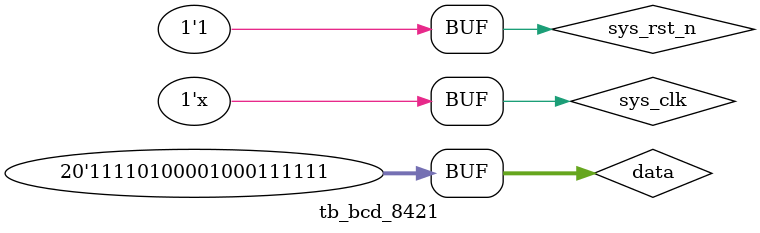
<source format=v>
`timescale 1ns/1ns

module  tb_bcd_8421();

//input
reg             sys_clk     ;
reg             sys_rst_n   ;
reg     [19:0]  data        ;

//output
wire    [3:0]   unit        ;
wire    [3:0]   ten         ;
wire    [3:0]   hun         ;
wire    [3:0]   tho         ;
wire    [3:0]   t_tho       ;
wire    [3:0]   h_hun       ;
    
initial
    begin
        sys_clk = 1'b1;
        sys_rst_n <= 1'b0;
        data <= 20'd0;
        #30
        sys_rst_n <= 1'b1;
        data <= 20'd123_456;
        #3000
        data <= 20'd654_321;
        #3000
        data <= 20'd987_654;
        #3000
        data <= 20'd999_999;
    end

always #10 sys_clk = ~sys_clk;

bcd_8421    bcd_8421_inst
(
    .sys_clk     (sys_clk),
    .sys_rst_n   (sys_rst_n),
    .data        (data),

    .unit        (unit),    //个位
    .ten         (ten),     //十位
    .hun         (hun),     //百位
    .tho         (tho),     //千位
    .t_tho       (t_tho),   //万位
    .h_hun       (h_hun)    //十万位
);

endmodule

</source>
